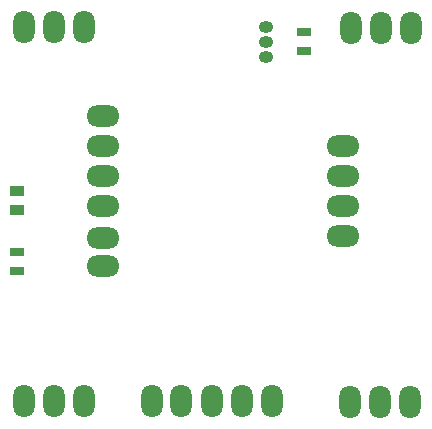
<source format=gts>
G04*
G04 #@! TF.GenerationSoftware,Altium Limited,Altium Designer,22.7.1 (60)*
G04*
G04 Layer_Color=8388736*
%FSLAX44Y44*%
%MOMM*%
G71*
G04*
G04 #@! TF.SameCoordinates,7FD8A325-ED4A-4E6D-A823-A032D3294E47*
G04*
G04*
G04 #@! TF.FilePolarity,Negative*
G04*
G01*
G75*
%ADD15R,1.1532X0.8032*%
%ADD16R,1.1532X0.9032*%
%ADD17O,1.8032X2.8032*%
%ADD18O,2.8032X1.8032*%
%ADD19O,1.2032X1.0032*%
D15*
X16000Y148000D02*
D03*
Y132000D02*
D03*
X258750Y318200D02*
D03*
Y334200D02*
D03*
D16*
X16000Y184000D02*
D03*
Y200000D02*
D03*
D17*
X231600Y22000D02*
D03*
X180800D02*
D03*
X155000D02*
D03*
X130000D02*
D03*
X206200D02*
D03*
X298600Y338000D02*
D03*
X324000D02*
D03*
X349400D02*
D03*
X22150Y339000D02*
D03*
X47550D02*
D03*
X72950D02*
D03*
X72790Y22000D02*
D03*
X47390D02*
D03*
X21990D02*
D03*
X348400Y21000D02*
D03*
X323000D02*
D03*
X297600D02*
D03*
D18*
X292200Y161600D02*
D03*
Y187000D02*
D03*
Y212400D02*
D03*
Y237800D02*
D03*
X89000Y136200D02*
D03*
Y160200D02*
D03*
Y187000D02*
D03*
Y263200D02*
D03*
Y238200D02*
D03*
Y212400D02*
D03*
D19*
X227000Y338900D02*
D03*
Y326200D02*
D03*
Y313500D02*
D03*
M02*

</source>
